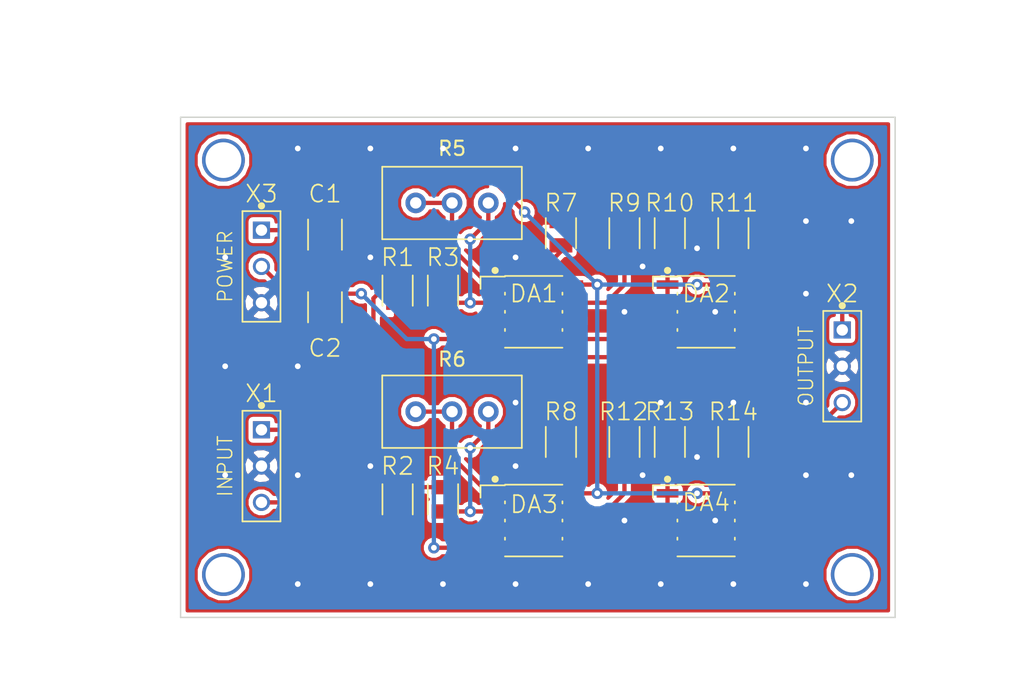
<source format=kicad_pcb>
(kicad_pcb (version 20171130) (host pcbnew 5.0.0+dfsg1-2)
  (layers (0 F.Cu signal) (31 B.Cu signal) (34 B.Paste user) (35 F.Paste user) (36 B.SilkS user) (37 F.SilkS user) (38 B.Mask user) (39 F.Mask user) (44 Edge.Cuts user))
  (net 0 "")
  (net 1 "Net-(DA2-Pad1)")
  (net 2 "Net-(DA1-Pad1)")
  (net 3 -15V)
  (net 4 +15V)
  (net 5 "Net-(DA2-Pad6)")
  (net 6 "Net-(DA3-Pad1)")
  (net 7 "Net-(DA3-Pad6)")
  (net 8 AGND)
  (net 9 "Net-(DA3-Pad2)")
  (net 10 "Net-(DA4-Pad1)")
  (net 11 "Net-(DA4-Pad6)")
  (net 12 "Net-(DA1-Pad6)")
  (net 13 "Net-(DA1-Pad2)")
  (net 14 "Net-(R12-Pad2)")
  (net 15 "Net-(R1-Pad2)")
  (net 16 "Net-(R2-Pad2)")
  (net 17 "Net-(R10-Pad2)")
  (module Potentiometer_THT:Potentiometer_Bourns_3296W_Vertical (layer F.Cu) (at 137.535 58.995)
    (fp_text reference R5 (at -2.54 -3.81) (layer F.SilkS))
    (fp_text value 100k)
    (fp_line (start 2.345 -2.53) (end 2.345 2.54) (layer F.SilkS) (width 0.12))
    (fp_line (start -7.425 -2.53) (end -7.425 2.54) (layer F.SilkS) (width 0.12))
    (fp_line (start -7.425 2.54) (end 2.345 2.54) (layer F.SilkS) (width 0.12))
    (fp_line (start -7.425 -2.53) (end 2.345 -2.53) (layer F.SilkS) (width 0.12))
    (pad 3 thru_hole circle (at -5.08 0) (size 1.44 1.44) (drill 0.8) (layers *.Cu *.Mask) (net 2 "Net-(DA1-Pad1)"))
    (pad 2 thru_hole circle (at -2.54 0) (size 1.44 1.44) (drill 0.8) (layers *.Cu *.Mask) (net 2 "Net-(DA1-Pad1)"))
    (pad 1 thru_hole circle (at 0 0) (size 1.44 1.44) (drill 0.8) (layers *.Cu *.Mask) (net 13 "Net-(DA1-Pad2)"))
  )
  (module Potentiometer_THT:Potentiometer_Bourns_3296W_Vertical (layer F.Cu) (at 137.535 73.6)
    (fp_text reference R6 (at -2.54 -3.66) (layer F.SilkS))
    (fp_text value 100k)
    (fp_line (start -7.425 -2.53) (end 2.345 -2.53) (layer F.SilkS) (width 0.12))
    (fp_line (start -7.425 2.54) (end 2.345 2.54) (layer F.SilkS) (width 0.12))
    (fp_line (start -7.425 -2.53) (end -7.425 2.54) (layer F.SilkS) (width 0.12))
    (fp_line (start 2.345 -2.53) (end 2.345 2.54) (layer F.SilkS) (width 0.12))
    (pad 1 thru_hole circle (at 0 0) (size 1.44 1.44) (drill 0.8) (layers *.Cu *.Mask) (net 9 "Net-(DA3-Pad2)"))
    (pad 2 thru_hole circle (at -2.54 0) (size 1.44 1.44) (drill 0.8) (layers *.Cu *.Mask) (net 6 "Net-(DA3-Pad1)"))
    (pad 3 thru_hole circle (at -5.08 0) (size 1.44 1.44) (drill 0.8) (layers *.Cu *.Mask) (net 6 "Net-(DA3-Pad1)"))
  )
  (module WAMP:CAPC2013X140N (layer F.Cu) (at 126.105 61.215)
    (fp_text reference C1 (at 0 -2.855) (layer F.SilkS) (effects (font (size 1.2 1.2) (thickness 0.12))))
    (fp_text value 100n)
    (fp_line (start 1.185 -1.06) (end 1.185 1.06) (layer F.SilkS) (width 0.12))
    (fp_line (start -1.185 -1.06) (end -1.185 1.06) (layer F.SilkS) (width 0.12))
    (pad 2 smd rect (at 0 0.95) (size 1.85 1.55) (layers F.Cu F.Paste F.Mask) (net 8 AGND))
    (pad 1 smd rect (at 0 -0.95) (size 1.85 1.55) (layers F.Cu F.Paste F.Mask) (net 4 +15V))
  )
  (module WAMP:CAPC2013X140N (layer F.Cu) (at 126.105 66.295)
    (fp_text reference C2 (at 0 2.86) (layer F.SilkS) (effects (font (size 1.2 1.2) (thickness 0.12))))
    (fp_text value 100n)
    (fp_line (start -1.185 -1.06) (end -1.185 1.06) (layer F.SilkS) (width 0.12))
    (fp_line (start 1.185 -1.06) (end 1.185 1.06) (layer F.SilkS) (width 0.12))
    (pad 1 smd rect (at 0 -0.95) (size 1.85 1.55) (layers F.Cu F.Paste F.Mask) (net 3 -15V))
    (pad 2 smd rect (at 0 0.95) (size 1.85 1.55) (layers F.Cu F.Paste F.Mask) (net 8 AGND))
  )
  (module WAMP:CON_CONN_BL_03X01 (layer F.Cu) (at 121.66 63.44)
    (fp_text reference X3 (at 0 -5.08) (layer F.SilkS) (effects (font (size 1.2 1.2) (thickness 0.12))))
    (fp_text value POWER (at -2.54 0 90) (layer F.SilkS) (effects (font (thickness 0.1))))
    (fp_line (start -1.33 -3.87) (end 1.33 -3.87) (layer F.SilkS) (width 0.12))
    (fp_line (start 1.33 -3.87) (end 1.33 3.87) (layer F.SilkS) (width 0.12))
    (fp_line (start 1.33 3.87) (end -1.33 3.87) (layer F.SilkS) (width 0.12))
    (fp_line (start -1.33 3.87) (end -1.33 -3.87) (layer F.SilkS) (width 0.12))
    (fp_circle (center 0 -4.24) (end 0 -4.115) (layer F.SilkS) (width 0.25))
    (pad 1 thru_hole rect (at 0 -2.54) (size 1.2 1.2) (drill 0.8) (layers F&B.Cu *.Paste *.Mask) (net 4 +15V))
    (pad 2 thru_hole circle (at 0 0) (size 1.2 1.2) (drill 0.8) (layers F&B.Cu *.Paste *.Mask) (net 3 -15V))
    (pad 3 thru_hole circle (at 0 2.54) (size 1.2 1.2) (drill 0.8) (layers F&B.Cu *.Paste *.Mask) (net 8 AGND))
  )
  (module WAMP:CON_CONN_BL_03X01 (layer F.Cu) (at 121.66 77.41)
    (fp_text reference X1 (at 0 -5.08) (layer F.SilkS) (effects (font (size 1.2 1.2) (thickness 0.12))))
    (fp_text value INPUT (at -2.54 0.01 90) (layer F.SilkS) (effects (font (thickness 0.1))))
    (fp_circle (center 0 -4.24) (end 0 -4.115) (layer F.SilkS) (width 0.25))
    (fp_line (start -1.33 3.87) (end -1.33 -3.87) (layer F.SilkS) (width 0.12))
    (fp_line (start 1.33 3.87) (end -1.33 3.87) (layer F.SilkS) (width 0.12))
    (fp_line (start 1.33 -3.87) (end 1.33 3.87) (layer F.SilkS) (width 0.12))
    (fp_line (start -1.33 -3.87) (end 1.33 -3.87) (layer F.SilkS) (width 0.12))
    (pad 3 thru_hole circle (at 0 2.54) (size 1.2 1.2) (drill 0.8) (layers F&B.Cu *.Paste *.Mask) (net 16 "Net-(R2-Pad2)"))
    (pad 2 thru_hole circle (at 0 0) (size 1.2 1.2) (drill 0.8) (layers F&B.Cu *.Paste *.Mask) (net 8 AGND))
    (pad 1 thru_hole rect (at 0 -2.54) (size 1.2 1.2) (drill 0.8) (layers F&B.Cu *.Paste *.Mask) (net 15 "Net-(R1-Pad2)"))
  )
  (module WAMP:CON_CONN_BL_03X01 (layer F.Cu) (at 162.3 70.425)
    (fp_text reference X2 (at 0 -5.08) (layer F.SilkS) (effects (font (size 1.2 1.2) (thickness 0.12))))
    (fp_text value OUTPUT (at -2.54 0 90) (layer F.SilkS) (effects (font (thickness 0.1))))
    (fp_line (start -1.33 -3.87) (end 1.33 -3.87) (layer F.SilkS) (width 0.12))
    (fp_line (start 1.33 -3.87) (end 1.33 3.87) (layer F.SilkS) (width 0.12))
    (fp_line (start 1.33 3.87) (end -1.33 3.87) (layer F.SilkS) (width 0.12))
    (fp_line (start -1.33 3.87) (end -1.33 -3.87) (layer F.SilkS) (width 0.12))
    (fp_circle (center 0 -4.24) (end 0 -4.115) (layer F.SilkS) (width 0.25))
    (pad 1 thru_hole rect (at 0 -2.54) (size 1.2 1.2) (drill 0.8) (layers F&B.Cu *.Paste *.Mask) (net 17 "Net-(R10-Pad2)"))
    (pad 2 thru_hole circle (at 0 0) (size 1.2 1.2) (drill 0.8) (layers F&B.Cu *.Paste *.Mask) (net 8 AGND))
    (pad 3 thru_hole circle (at 0 2.54) (size 1.2 1.2) (drill 0.8) (layers F&B.Cu *.Paste *.Mask) (net 14 "Net-(R12-Pad2)"))
  )
  (module WAMP:RESC2013X65N (layer F.Cu) (at 134.36 65.13)
    (fp_text reference R3 (at 0 -2.325) (layer F.SilkS) (effects (font (size 1.2 1.2) (thickness 0.12))))
    (fp_text value 10k)
    (fp_line (start 1.06 -1.06) (end 1.06 1.06) (layer F.SilkS) (width 0.12))
    (fp_line (start -1.06 -1.06) (end -1.06 1.06) (layer F.SilkS) (width 0.12))
    (pad 2 smd rect (at 0 0.85) (size 1.6 1) (layers F.Cu F.Paste F.Mask) (net 13 "Net-(DA1-Pad2)"))
    (pad 1 smd rect (at 0 -0.85) (size 1.6 1) (layers F.Cu F.Paste F.Mask) (net 15 "Net-(R1-Pad2)"))
  )
  (module WAMP:RESC2013X65N (layer F.Cu) (at 154.68 61.115 180)
    (fp_text reference R11 (at 0 2.12 180) (layer F.SilkS) (effects (font (size 1.2 1.2) (thickness 0.12))))
    (fp_text value 300)
    (fp_line (start -1.06 -1.06) (end -1.06 1.06) (layer F.SilkS) (width 0.12))
    (fp_line (start 1.06 -1.06) (end 1.06 1.06) (layer F.SilkS) (width 0.12))
    (pad 1 smd rect (at 0 -0.85 180) (size 1.6 1) (layers F.Cu F.Paste F.Mask) (net 5 "Net-(DA2-Pad6)"))
    (pad 2 smd rect (at 0 0.85 180) (size 1.6 1) (layers F.Cu F.Paste F.Mask) (net 17 "Net-(R10-Pad2)"))
  )
  (module WAMP:RESC2013X65N (layer F.Cu) (at 150.235 61.115 180)
    (fp_text reference R10 (at 0 2.12 180) (layer F.SilkS) (effects (font (size 1.2 1.2) (thickness 0.12))))
    (fp_text value 300)
    (fp_line (start 1.06 -1.06) (end 1.06 1.06) (layer F.SilkS) (width 0.12))
    (fp_line (start -1.06 -1.06) (end -1.06 1.06) (layer F.SilkS) (width 0.12))
    (pad 2 smd rect (at 0 0.85 180) (size 1.6 1) (layers F.Cu F.Paste F.Mask) (net 17 "Net-(R10-Pad2)"))
    (pad 1 smd rect (at 0 -0.85 180) (size 1.6 1) (layers F.Cu F.Paste F.Mask) (net 1 "Net-(DA2-Pad1)"))
  )
  (module WAMP:RESC2013X65N (layer F.Cu) (at 147.06 61.115 180)
    (fp_text reference R9 (at 0 2.12 180) (layer F.SilkS) (effects (font (size 1.2 1.2) (thickness 0.12))))
    (fp_text value 300)
    (fp_line (start -1.06 -1.06) (end -1.06 1.06) (layer F.SilkS) (width 0.12))
    (fp_line (start 1.06 -1.06) (end 1.06 1.06) (layer F.SilkS) (width 0.12))
    (pad 1 smd rect (at 0 -0.85 180) (size 1.6 1) (layers F.Cu F.Paste F.Mask) (net 12 "Net-(DA1-Pad6)"))
    (pad 2 smd rect (at 0 0.85 180) (size 1.6 1) (layers F.Cu F.Paste F.Mask) (net 17 "Net-(R10-Pad2)"))
  )
  (module WAMP:RESC2013X65N (layer F.Cu) (at 142.615 75.72)
    (fp_text reference R8 (at 0 -2.12) (layer F.SilkS) (effects (font (size 1.2 1.2) (thickness 0.12))))
    (fp_text value 10k)
    (fp_line (start 1.06 -1.06) (end 1.06 1.06) (layer F.SilkS) (width 0.12))
    (fp_line (start -1.06 -1.06) (end -1.06 1.06) (layer F.SilkS) (width 0.12))
    (pad 2 smd rect (at 0 0.85) (size 1.6 1) (layers F.Cu F.Paste F.Mask) (net 6 "Net-(DA3-Pad1)"))
    (pad 1 smd rect (at 0 -0.85) (size 1.6 1) (layers F.Cu F.Paste F.Mask) (net 8 AGND))
  )
  (module WAMP:RESC2013X65N (layer F.Cu) (at 142.615 61.115)
    (fp_text reference R7 (at 0 -2.12) (layer F.SilkS) (effects (font (size 1.2 1.2) (thickness 0.12))))
    (fp_text value 10k)
    (fp_line (start -1.06 -1.06) (end -1.06 1.06) (layer F.SilkS) (width 0.12))
    (fp_line (start 1.06 -1.06) (end 1.06 1.06) (layer F.SilkS) (width 0.12))
    (pad 1 smd rect (at 0 -0.85) (size 1.6 1) (layers F.Cu F.Paste F.Mask) (net 8 AGND))
    (pad 2 smd rect (at 0 0.85) (size 1.6 1) (layers F.Cu F.Paste F.Mask) (net 2 "Net-(DA1-Pad1)"))
  )
  (module WAMP:RESC2013X65N (layer F.Cu) (at 147.06 75.72 180)
    (fp_text reference R12 (at 0.06 2.12 180) (layer F.SilkS) (effects (font (size 1.2 1.2) (thickness 0.12))))
    (fp_text value 300)
    (fp_line (start 1.06 -1.06) (end 1.06 1.06) (layer F.SilkS) (width 0.12))
    (fp_line (start -1.06 -1.06) (end -1.06 1.06) (layer F.SilkS) (width 0.12))
    (pad 2 smd rect (at 0 0.85 180) (size 1.6 1) (layers F.Cu F.Paste F.Mask) (net 14 "Net-(R12-Pad2)"))
    (pad 1 smd rect (at 0 -0.85 180) (size 1.6 1) (layers F.Cu F.Paste F.Mask) (net 7 "Net-(DA3-Pad6)"))
  )
  (module WAMP:RESC2013X65N (layer F.Cu) (at 134.36 79.735)
    (fp_text reference R4 (at 0 -2.325) (layer F.SilkS) (effects (font (size 1.2 1.2) (thickness 0.12))))
    (fp_text value 10k)
    (fp_line (start -1.06 -1.06) (end -1.06 1.06) (layer F.SilkS) (width 0.12))
    (fp_line (start 1.06 -1.06) (end 1.06 1.06) (layer F.SilkS) (width 0.12))
    (pad 1 smd rect (at 0 -0.85) (size 1.6 1) (layers F.Cu F.Paste F.Mask) (net 16 "Net-(R2-Pad2)"))
    (pad 2 smd rect (at 0 0.85) (size 1.6 1) (layers F.Cu F.Paste F.Mask) (net 9 "Net-(DA3-Pad2)"))
  )
  (module WAMP:RESC2013X65N (layer F.Cu) (at 131.185 79.735 180)
    (fp_text reference R2 (at 0 2.325 180) (layer F.SilkS) (effects (font (size 1.2 1.2) (thickness 0.12))))
    (fp_text value 100k)
    (fp_line (start 1.06 -1.06) (end 1.06 1.06) (layer F.SilkS) (width 0.12))
    (fp_line (start -1.06 -1.06) (end -1.06 1.06) (layer F.SilkS) (width 0.12))
    (pad 2 smd rect (at 0 0.85 180) (size 1.6 1) (layers F.Cu F.Paste F.Mask) (net 16 "Net-(R2-Pad2)"))
    (pad 1 smd rect (at 0 -0.85 180) (size 1.6 1) (layers F.Cu F.Paste F.Mask) (net 8 AGND))
  )
  (module WAMP:RESC2013X65N (layer F.Cu) (at 131.185 65.13 180)
    (fp_text reference R1 (at 0 2.325 180) (layer F.SilkS) (effects (font (size 1.2 1.2) (thickness 0.12))))
    (fp_text value 100k)
    (fp_line (start -1.06 -1.06) (end -1.06 1.06) (layer F.SilkS) (width 0.12))
    (fp_line (start 1.06 -1.06) (end 1.06 1.06) (layer F.SilkS) (width 0.12))
    (pad 1 smd rect (at 0 -0.85 180) (size 1.6 1) (layers F.Cu F.Paste F.Mask) (net 8 AGND))
    (pad 2 smd rect (at 0 0.85 180) (size 1.6 1) (layers F.Cu F.Paste F.Mask) (net 15 "Net-(R1-Pad2)"))
  )
  (module WAMP:RESC2013X65N (layer F.Cu) (at 154.68 75.72 180)
    (fp_text reference R14 (at 0 2.12 180) (layer F.SilkS) (effects (font (size 1.2 1.2) (thickness 0.12))))
    (fp_text value 300)
    (fp_line (start 1.06 -1.06) (end 1.06 1.06) (layer F.SilkS) (width 0.12))
    (fp_line (start -1.06 -1.06) (end -1.06 1.06) (layer F.SilkS) (width 0.12))
    (pad 2 smd rect (at 0 0.85 180) (size 1.6 1) (layers F.Cu F.Paste F.Mask) (net 14 "Net-(R12-Pad2)"))
    (pad 1 smd rect (at 0 -0.85 180) (size 1.6 1) (layers F.Cu F.Paste F.Mask) (net 11 "Net-(DA4-Pad6)"))
  )
  (module WAMP:RESC2013X65N (layer F.Cu) (at 150.235 75.72 180)
    (fp_text reference R13 (at 0 2.12 180) (layer F.SilkS) (effects (font (size 1.2 1.2) (thickness 0.12))))
    (fp_text value 300)
    (fp_line (start -1.06 -1.06) (end -1.06 1.06) (layer F.SilkS) (width 0.12))
    (fp_line (start 1.06 -1.06) (end 1.06 1.06) (layer F.SilkS) (width 0.12))
    (pad 1 smd rect (at 0 -0.85 180) (size 1.6 1) (layers F.Cu F.Paste F.Mask) (net 10 "Net-(DA4-Pad1)"))
    (pad 2 smd rect (at 0 0.85 180) (size 1.6 1) (layers F.Cu F.Paste F.Mask) (net 14 "Net-(R12-Pad2)"))
  )
  (module WAMP:SOIC127P600X175-8N (layer F.Cu) (at 140.71 66.615)
    (fp_text reference DA1 (at 0 -1.27) (layer F.SilkS) (effects (font (size 1.2 1.2) (thickness 0.12))))
    (fp_text value NE5532AD)
    (fp_line (start -3.723 -2.465) (end -3.723 -1.605) (layer F.SilkS) (width 0.12))
    (fp_line (start -2.01 -2.465) (end -3.723 -2.465) (layer F.SilkS) (width 0.12))
    (fp_circle (center -2.7 -2.895) (end -2.7 -2.77) (layer F.SilkS) (width 0.25))
    (fp_line (start -2.01 1.195) (end -2.01 1.345) (layer F.SilkS) (width 0.12))
    (fp_line (start -2.01 -0.075) (end -2.01 0.075) (layer F.SilkS) (width 0.12))
    (fp_line (start -2.01 -1.345) (end -2.01 -1.195) (layer F.SilkS) (width 0.12))
    (fp_line (start 2.01 2.51) (end -2.01 2.51) (layer F.SilkS) (width 0.12))
    (fp_line (start 2.01 1.195) (end 2.01 1.345) (layer F.SilkS) (width 0.12))
    (fp_line (start 2.01 -0.075) (end 2.01 0.075) (layer F.SilkS) (width 0.12))
    (fp_line (start 2.01 -1.345) (end 2.01 -1.195) (layer F.SilkS) (width 0.12))
    (fp_line (start -2.01 -2.51) (end 2.01 -2.51) (layer F.SilkS) (width 0.12))
    (pad 5 smd rect (at 2.7 1.905) (size 1.525 0.6) (layers F.Cu F.Paste F.Mask) (net 2 "Net-(DA1-Pad1)"))
    (pad 6 smd rect (at 2.7 0.635) (size 1.525 0.6) (layers F.Cu F.Paste F.Mask) (net 12 "Net-(DA1-Pad6)"))
    (pad 7 smd rect (at 2.7 -0.635) (size 1.525 0.6) (layers F.Cu F.Paste F.Mask) (net 12 "Net-(DA1-Pad6)"))
    (pad 8 smd rect (at 2.7 -1.905) (size 1.525 0.6) (layers F.Cu F.Paste F.Mask) (net 4 +15V))
    (pad 4 smd rect (at -2.7 1.905) (size 1.525 0.6) (layers F.Cu F.Paste F.Mask) (net 3 -15V))
    (pad 3 smd rect (at -2.7 0.635) (size 1.525 0.6) (layers F.Cu F.Paste F.Mask) (net 8 AGND))
    (pad 2 smd rect (at -2.7 -0.635) (size 1.525 0.6) (layers F.Cu F.Paste F.Mask) (net 13 "Net-(DA1-Pad2)"))
    (pad 1 smd rect (at -2.7 -1.905) (size 1.525 0.6) (layers F.Cu F.Paste F.Mask) (net 2 "Net-(DA1-Pad1)"))
  )
  (module WAMP:SOIC127P600X175-8N (layer F.Cu) (at 152.775 81.22)
    (fp_text reference DA4 (at 0 -1.27) (layer F.SilkS) (effects (font (size 1.2 1.2) (thickness 0.12))))
    (fp_text value NE5532AD)
    (fp_line (start -2.01 -2.51) (end 2.01 -2.51) (layer F.SilkS) (width 0.12))
    (fp_line (start 2.01 -1.345) (end 2.01 -1.195) (layer F.SilkS) (width 0.12))
    (fp_line (start 2.01 -0.075) (end 2.01 0.075) (layer F.SilkS) (width 0.12))
    (fp_line (start 2.01 1.195) (end 2.01 1.345) (layer F.SilkS) (width 0.12))
    (fp_line (start 2.01 2.51) (end -2.01 2.51) (layer F.SilkS) (width 0.12))
    (fp_line (start -2.01 -1.345) (end -2.01 -1.195) (layer F.SilkS) (width 0.12))
    (fp_line (start -2.01 -0.075) (end -2.01 0.075) (layer F.SilkS) (width 0.12))
    (fp_line (start -2.01 1.195) (end -2.01 1.345) (layer F.SilkS) (width 0.12))
    (fp_circle (center -2.7 -2.895) (end -2.7 -2.77) (layer F.SilkS) (width 0.25))
    (fp_line (start -2.01 -2.465) (end -3.723 -2.465) (layer F.SilkS) (width 0.12))
    (fp_line (start -3.723 -2.465) (end -3.723 -1.605) (layer F.SilkS) (width 0.12))
    (pad 1 smd rect (at -2.7 -1.905) (size 1.525 0.6) (layers F.Cu F.Paste F.Mask) (net 10 "Net-(DA4-Pad1)"))
    (pad 2 smd rect (at -2.7 -0.635) (size 1.525 0.6) (layers F.Cu F.Paste F.Mask) (net 10 "Net-(DA4-Pad1)"))
    (pad 3 smd rect (at -2.7 0.635) (size 1.525 0.6) (layers F.Cu F.Paste F.Mask) (net 6 "Net-(DA3-Pad1)"))
    (pad 4 smd rect (at -2.7 1.905) (size 1.525 0.6) (layers F.Cu F.Paste F.Mask) (net 3 -15V))
    (pad 8 smd rect (at 2.7 -1.905) (size 1.525 0.6) (layers F.Cu F.Paste F.Mask) (net 4 +15V))
    (pad 7 smd rect (at 2.7 -0.635) (size 1.525 0.6) (layers F.Cu F.Paste F.Mask) (net 11 "Net-(DA4-Pad6)"))
    (pad 6 smd rect (at 2.7 0.635) (size 1.525 0.6) (layers F.Cu F.Paste F.Mask) (net 11 "Net-(DA4-Pad6)"))
    (pad 5 smd rect (at 2.7 1.905) (size 1.525 0.6) (layers F.Cu F.Paste F.Mask) (net 6 "Net-(DA3-Pad1)"))
  )
  (module WAMP:SOIC127P600X175-8N (layer F.Cu) (at 140.71 81.22)
    (fp_text reference DA3 (at 0.026999 -1.130001) (layer F.SilkS) (effects (font (size 1.2 1.2) (thickness 0.12))))
    (fp_text value NE5532AD)
    (fp_line (start -3.723 -2.465) (end -3.723 -1.605) (layer F.SilkS) (width 0.12))
    (fp_line (start -2.01 -2.465) (end -3.723 -2.465) (layer F.SilkS) (width 0.12))
    (fp_circle (center -2.7 -2.895) (end -2.7 -2.77) (layer F.SilkS) (width 0.25))
    (fp_line (start -2.01 1.195) (end -2.01 1.345) (layer F.SilkS) (width 0.12))
    (fp_line (start -2.01 -0.075) (end -2.01 0.075) (layer F.SilkS) (width 0.12))
    (fp_line (start -2.01 -1.345) (end -2.01 -1.195) (layer F.SilkS) (width 0.12))
    (fp_line (start 2.01 2.51) (end -2.01 2.51) (layer F.SilkS) (width 0.12))
    (fp_line (start 2.01 1.195) (end 2.01 1.345) (layer F.SilkS) (width 0.12))
    (fp_line (start 2.01 -0.075) (end 2.01 0.075) (layer F.SilkS) (width 0.12))
    (fp_line (start 2.01 -1.345) (end 2.01 -1.195) (layer F.SilkS) (width 0.12))
    (fp_line (start -2.01 -2.51) (end 2.01 -2.51) (layer F.SilkS) (width 0.12))
    (pad 5 smd rect (at 2.7 1.905) (size 1.525 0.6) (layers F.Cu F.Paste F.Mask) (net 6 "Net-(DA3-Pad1)"))
    (pad 6 smd rect (at 2.7 0.635) (size 1.525 0.6) (layers F.Cu F.Paste F.Mask) (net 7 "Net-(DA3-Pad6)"))
    (pad 7 smd rect (at 2.7 -0.635) (size 1.525 0.6) (layers F.Cu F.Paste F.Mask) (net 7 "Net-(DA3-Pad6)"))
    (pad 8 smd rect (at 2.7 -1.905) (size 1.525 0.6) (layers F.Cu F.Paste F.Mask) (net 4 +15V))
    (pad 4 smd rect (at -2.7 1.905) (size 1.525 0.6) (layers F.Cu F.Paste F.Mask) (net 3 -15V))
    (pad 3 smd rect (at -2.7 0.635) (size 1.525 0.6) (layers F.Cu F.Paste F.Mask) (net 8 AGND))
    (pad 2 smd rect (at -2.7 -0.635) (size 1.525 0.6) (layers F.Cu F.Paste F.Mask) (net 9 "Net-(DA3-Pad2)"))
    (pad 1 smd rect (at -2.7 -1.905) (size 1.525 0.6) (layers F.Cu F.Paste F.Mask) (net 6 "Net-(DA3-Pad1)"))
  )
  (module WAMP:SOIC127P600X175-8N (layer F.Cu) (at 152.775 66.615)
    (fp_text reference DA2 (at 0 -1.27) (layer F.SilkS) (effects (font (size 1.2 1.2) (thickness 0.12))))
    (fp_text value NE5532AD)
    (fp_line (start -2.01 -2.51) (end 2.01 -2.51) (layer F.SilkS) (width 0.12))
    (fp_line (start 2.01 -1.345) (end 2.01 -1.195) (layer F.SilkS) (width 0.12))
    (fp_line (start 2.01 -0.075) (end 2.01 0.075) (layer F.SilkS) (width 0.12))
    (fp_line (start 2.01 1.195) (end 2.01 1.345) (layer F.SilkS) (width 0.12))
    (fp_line (start 2.01 2.51) (end -2.01 2.51) (layer F.SilkS) (width 0.12))
    (fp_line (start -2.01 -1.345) (end -2.01 -1.195) (layer F.SilkS) (width 0.12))
    (fp_line (start -2.01 -0.075) (end -2.01 0.075) (layer F.SilkS) (width 0.12))
    (fp_line (start -2.01 1.195) (end -2.01 1.345) (layer F.SilkS) (width 0.12))
    (fp_circle (center -2.7 -2.895) (end -2.7 -2.77) (layer F.SilkS) (width 0.25))
    (fp_line (start -2.01 -2.465) (end -3.723 -2.465) (layer F.SilkS) (width 0.12))
    (fp_line (start -3.723 -2.465) (end -3.723 -1.605) (layer F.SilkS) (width 0.12))
    (pad 1 smd rect (at -2.7 -1.905) (size 1.525 0.6) (layers F.Cu F.Paste F.Mask) (net 1 "Net-(DA2-Pad1)"))
    (pad 2 smd rect (at -2.7 -0.635) (size 1.525 0.6) (layers F.Cu F.Paste F.Mask) (net 1 "Net-(DA2-Pad1)"))
    (pad 3 smd rect (at -2.7 0.635) (size 1.525 0.6) (layers F.Cu F.Paste F.Mask) (net 2 "Net-(DA1-Pad1)"))
    (pad 4 smd rect (at -2.7 1.905) (size 1.525 0.6) (layers F.Cu F.Paste F.Mask) (net 3 -15V))
    (pad 8 smd rect (at 2.7 -1.905) (size 1.525 0.6) (layers F.Cu F.Paste F.Mask) (net 4 +15V))
    (pad 7 smd rect (at 2.7 -0.635) (size 1.525 0.6) (layers F.Cu F.Paste F.Mask) (net 5 "Net-(DA2-Pad6)"))
    (pad 6 smd rect (at 2.7 0.635) (size 1.525 0.6) (layers F.Cu F.Paste F.Mask) (net 5 "Net-(DA2-Pad6)"))
    (pad 5 smd rect (at 2.7 1.905) (size 1.525 0.6) (layers F.Cu F.Paste F.Mask) (net 2 "Net-(DA1-Pad1)"))
  )
  (gr_line (start 166 53) (end 116 53) (layer Edge.Cuts) (width 0.1))
  (gr_line (start 166 88) (end 166 53) (layer Edge.Cuts) (width 0.1))
  (gr_line (start 116 88) (end 166 88) (layer Edge.Cuts) (width 0.1))
  (gr_line (start 116 53) (end 116 88) (layer Edge.Cuts) (width 0.1))
  (via (at 119 56) (size 3) (drill 2.5) (layers F.Cu B.Cu) (net 0))
  (via (at 119 85) (size 3) (drill 2.5) (layers F.Cu B.Cu) (net 0))
  (via (at 163 56) (size 3) (drill 2.5) (layers F.Cu B.Cu) (net 0))
  (via (at 163 85) (size 3) (drill 2.5) (layers F.Cu B.Cu) (net 0))
  (segment (start 150.075 62.125) (end 150.235 61.965) (width 0.3) (layer F.Cu) (net 1))
  (segment (start 150.075 65.98) (end 150.075 62.125) (width 0.3) (layer F.Cu) (net 1))
  (segment (start 132.455 58.995) (end 134.995 58.995) (width 0.3) (layer F.Cu) (net 2))
  (segment (start 137.5475 64.71) (end 138.01 64.71) (width 0.3) (layer F.Cu) (net 2))
  (segment (start 134.995 62.1575) (end 137.5475 64.71) (width 0.3) (layer F.Cu) (net 2))
  (segment (start 134.995 58.995) (end 134.995 62.1575) (width 0.3) (layer F.Cu) (net 2))
  (segment (start 154.4625 68.52) (end 155.475 68.52) (width 0.3) (layer F.Cu) (net 2))
  (segment (start 153.41 68.52) (end 154.4625 68.52) (width 0.3) (layer F.Cu) (net 2))
  (segment (start 150.075 67.25) (end 152.14 67.25) (width 0.3) (layer F.Cu) (net 2))
  (segment (start 152.14 67.25) (end 153.41 68.52) (width 0.3) (layer F.Cu) (net 2))
  (segment (start 148.965 67.25) (end 149.0625 67.25) (width 0.3) (layer F.Cu) (net 2))
  (segment (start 143.41 68.52) (end 147.695 68.52) (width 0.3) (layer F.Cu) (net 2))
  (segment (start 149.0625 67.25) (end 150.075 67.25) (width 0.3) (layer F.Cu) (net 2))
  (segment (start 147.695 68.52) (end 148.965 67.25) (width 0.3) (layer F.Cu) (net 2))
  (segment (start 140.62 64.71) (end 139.0225 64.71) (width 0.3) (layer F.Cu) (net 2))
  (segment (start 139.0225 64.71) (end 138.01 64.71) (width 0.3) (layer F.Cu) (net 2))
  (segment (start 142.615 62.385) (end 140.62 64.38) (width 0.3) (layer F.Cu) (net 2))
  (segment (start 140.62 64.38) (end 140.62 64.71) (width 0.3) (layer F.Cu) (net 2))
  (segment (start 142.615 61.965) (end 142.615 62.385) (width 0.3) (layer F.Cu) (net 2))
  (segment (start 141.345 68.52) (end 140.62 67.795) (width 0.3) (layer F.Cu) (net 2))
  (segment (start 143.41 68.52) (end 141.345 68.52) (width 0.3) (layer F.Cu) (net 2))
  (segment (start 140.62 67.795) (end 140.62 64.71) (width 0.3) (layer F.Cu) (net 2))
  (segment (start 149.0125 83.125) (end 150.075 83.125) (width 0.3) (layer F.Cu) (net 3))
  (segment (start 147.7425 84.395) (end 149.0125 83.125) (width 0.3) (layer F.Cu) (net 3))
  (segment (start 140.3425 84.395) (end 147.7425 84.395) (width 0.3) (layer F.Cu) (net 3))
  (segment (start 138.01 83.125) (end 139.0725 83.125) (width 0.3) (layer F.Cu) (net 3))
  (segment (start 139.0725 83.125) (end 140.3425 84.395) (width 0.3) (layer F.Cu) (net 3))
  (segment (start 121.66 63.44) (end 123.565 65.345) (width 0.3) (layer F.Cu) (net 3))
  (segment (start 123.565 65.345) (end 126.105 65.345) (width 0.3) (layer F.Cu) (net 3))
  (via (at 133.725008 68.52) (size 0.8) (drill 0.4) (layers F.Cu B.Cu) (net 3))
  (segment (start 138.01 68.52) (end 133.725008 68.52) (width 0.3) (layer F.Cu) (net 3))
  (via (at 133.725 83.125) (size 0.8) (drill 0.4) (layers F.Cu B.Cu) (net 3))
  (segment (start 133.725008 68.52) (end 133.725008 83.124992) (width 0.3) (layer B.Cu) (net 3))
  (segment (start 133.725008 83.124992) (end 133.725 83.125) (width 0.3) (layer B.Cu) (net 3))
  (segment (start 133.725 83.125) (end 138.01 83.125) (width 0.3) (layer F.Cu) (net 3))
  (segment (start 126.105 65.345) (end 128.645 65.345) (width 0.3) (layer F.Cu) (net 3))
  (segment (start 131.82 68.52) (end 129.044999 65.744999) (width 0.3) (layer B.Cu) (net 3))
  (segment (start 129.044999 65.744999) (end 128.645 65.345) (width 0.3) (layer B.Cu) (net 3))
  (segment (start 133.725008 68.52) (end 131.82 68.52) (width 0.3) (layer B.Cu) (net 3))
  (via (at 128.645 65.345) (size 0.8) (drill 0.4) (layers F.Cu B.Cu) (net 3))
  (segment (start 149.0125 68.52) (end 150.075 68.52) (width 0.3) (layer F.Cu) (net 3))
  (segment (start 140.329 69.79) (end 147.7425 69.79) (width 0.3) (layer F.Cu) (net 3))
  (segment (start 147.7425 69.79) (end 149.0125 68.52) (width 0.3) (layer F.Cu) (net 3))
  (segment (start 138.01 68.52) (end 139.059 68.52) (width 0.3) (layer F.Cu) (net 3))
  (segment (start 139.059 68.52) (end 140.329 69.79) (width 0.3) (layer F.Cu) (net 3))
  (segment (start 121.66 60.9) (end 122.93 60.9) (width 0.3) (layer F.Cu) (net 4))
  (segment (start 123.565 60.265) (end 126.105 60.265) (width 0.3) (layer F.Cu) (net 4))
  (segment (start 122.93 60.9) (end 123.565 60.265) (width 0.3) (layer F.Cu) (net 4))
  (via (at 145.155 64.71) (size 0.8) (drill 0.4) (layers F.Cu B.Cu) (net 4))
  (segment (start 143.41 64.71) (end 145.155 64.71) (width 0.3) (layer F.Cu) (net 4))
  (via (at 152.14 64.71) (size 0.8) (drill 0.4) (layers F.Cu B.Cu) (net 4))
  (segment (start 145.155 64.71) (end 152.14 64.71) (width 0.3) (layer B.Cu) (net 4))
  (segment (start 152.14 64.71) (end 155.475 64.71) (width 0.3) (layer F.Cu) (net 4))
  (via (at 145.155 79.315) (size 0.8) (drill 0.4) (layers F.Cu B.Cu) (net 4))
  (segment (start 143.41 79.315) (end 145.155 79.315) (width 0.3) (layer F.Cu) (net 4))
  (via (at 152.14 79.315) (size 0.8) (drill 0.4) (layers F.Cu B.Cu) (net 4))
  (segment (start 145.155 79.315) (end 152.14 79.315) (width 0.3) (layer B.Cu) (net 4))
  (segment (start 152.14 79.315) (end 155.475 79.315) (width 0.3) (layer F.Cu) (net 4))
  (via (at 145.155 64.71) (size 0.8) (drill 0.4) (layers F.Cu B.Cu) (net 4))
  (via (at 140.074996 59.63) (size 0.8) (drill 0.4) (layers F.Cu B.Cu) (net 4))
  (segment (start 145.155 64.71) (end 140.075 59.63) (width 0.3) (layer B.Cu) (net 4))
  (segment (start 140.075 59.63) (end 140.074996 59.63) (width 0.3) (layer B.Cu) (net 4))
  (segment (start 137.534996 57.09) (end 139.674997 59.230001) (width 0.3) (layer F.Cu) (net 4))
  (segment (start 131.185 57.09) (end 137.534996 57.09) (width 0.3) (layer F.Cu) (net 4))
  (segment (start 126.105 60.265) (end 128.01 60.265) (width 0.3) (layer F.Cu) (net 4))
  (segment (start 139.674997 59.230001) (end 140.074996 59.63) (width 0.3) (layer F.Cu) (net 4))
  (segment (start 128.01 60.265) (end 131.185 57.09) (width 0.3) (layer F.Cu) (net 4))
  (segment (start 145.155 64.71) (end 145.155 79.315) (width 0.3) (layer B.Cu) (net 4))
  (segment (start 155.475 67.25) (end 155.475 65.98) (width 0.3) (layer F.Cu) (net 5))
  (segment (start 157.22 62.805) (end 156.38 61.965) (width 0.25) (layer F.Cu) (net 5))
  (segment (start 157.22 65.345) (end 157.22 62.805) (width 0.25) (layer F.Cu) (net 5))
  (segment (start 155.475 65.98) (end 156.585 65.98) (width 0.25) (layer F.Cu) (net 5))
  (segment (start 156.38 61.965) (end 154.68 61.965) (width 0.25) (layer F.Cu) (net 5))
  (segment (start 156.585 65.98) (end 157.22 65.345) (width 0.25) (layer F.Cu) (net 5))
  (segment (start 148.965 81.855) (end 150.075 81.855) (width 0.3) (layer F.Cu) (net 6))
  (segment (start 143.41 83.125) (end 147.695 83.125) (width 0.3) (layer F.Cu) (net 6))
  (segment (start 147.695 83.125) (end 148.965 81.855) (width 0.3) (layer F.Cu) (net 6))
  (segment (start 153.41 83.125) (end 154.4125 83.125) (width 0.3) (layer F.Cu) (net 6))
  (segment (start 150.075 81.855) (end 152.14 81.855) (width 0.3) (layer F.Cu) (net 6))
  (segment (start 154.4125 83.125) (end 155.475 83.125) (width 0.3) (layer F.Cu) (net 6))
  (segment (start 152.14 81.855) (end 153.41 83.125) (width 0.3) (layer F.Cu) (net 6))
  (segment (start 142.615 77.37) (end 142.615 76.57) (width 0.3) (layer F.Cu) (net 6))
  (segment (start 140.67 79.315) (end 142.615 77.37) (width 0.3) (layer F.Cu) (net 6))
  (segment (start 138.01 79.315) (end 140.67 79.315) (width 0.3) (layer F.Cu) (net 6))
  (segment (start 140.67 79.315) (end 140.67 82.45) (width 0.3) (layer F.Cu) (net 6))
  (segment (start 141.345 83.125) (end 143.41 83.125) (width 0.3) (layer F.Cu) (net 6))
  (segment (start 140.67 82.45) (end 141.345 83.125) (width 0.3) (layer F.Cu) (net 6))
  (segment (start 137.5475 79.315) (end 138.01 79.315) (width 0.3) (layer F.Cu) (net 6))
  (segment (start 134.995 76.7625) (end 137.5475 79.315) (width 0.3) (layer F.Cu) (net 6))
  (segment (start 134.995 73.6) (end 134.995 76.7625) (width 0.3) (layer F.Cu) (net 6))
  (segment (start 132.455 73.6) (end 134.995 73.6) (width 0.3) (layer F.Cu) (net 6))
  (segment (start 143.41 80.585) (end 143.41 81.855) (width 0.3) (layer F.Cu) (net 7))
  (segment (start 145.79 80.585) (end 143.41 80.585) (width 0.3) (layer F.Cu) (net 7))
  (segment (start 147.06 76.57) (end 147.06 79.315) (width 0.3) (layer F.Cu) (net 7))
  (segment (start 147.06 79.315) (end 145.79 80.585) (width 0.3) (layer F.Cu) (net 7))
  (via (at 159.76 78.045) (size 0.8) (drill 0.4) (layers F.Cu B.Cu) (net 8))
  (via (at 159.76 65.345) (size 0.8) (drill 0.4) (layers F.Cu B.Cu) (net 8))
  (via (at 159.76 60.265) (size 0.8) (drill 0.4) (layers F.Cu B.Cu) (net 8))
  (via (at 159.76 55.185) (size 0.8) (drill 0.4) (layers F.Cu B.Cu) (net 8))
  (via (at 154.68 55.185) (size 0.8) (drill 0.4) (layers F.Cu B.Cu) (net 8))
  (via (at 144.52 55.185) (size 0.8) (drill 0.4) (layers F.Cu B.Cu) (net 8))
  (via (at 134.36 55.185) (size 0.8) (drill 0.4) (layers F.Cu B.Cu) (net 8))
  (via (at 124.2 55.185) (size 0.8) (drill 0.4) (layers F.Cu B.Cu) (net 8))
  (via (at 129.28 62.805) (size 0.8) (drill 0.4) (layers F.Cu B.Cu) (net 8))
  (via (at 139.44 62.805) (size 0.8) (drill 0.4) (layers F.Cu B.Cu) (net 8))
  (via (at 119.12 62.805) (size 0.8) (drill 0.4) (layers F.Cu B.Cu) (net 8))
  (via (at 119.12 70.425) (size 0.8) (drill 0.4) (layers F.Cu B.Cu) (net 8))
  (via (at 119.12 78.045) (size 0.8) (drill 0.4) (layers F.Cu B.Cu) (net 8))
  (via (at 124.2 70.425) (size 0.8) (drill 0.4) (layers F.Cu B.Cu) (net 8))
  (via (at 124.2 78.045) (size 0.8) (drill 0.4) (layers F.Cu B.Cu) (net 8))
  (via (at 124.2 85.665) (size 0.8) (drill 0.4) (layers F.Cu B.Cu) (net 8))
  (via (at 134.36 85.665) (size 0.8) (drill 0.4) (layers F.Cu B.Cu) (net 8))
  (via (at 144.52 85.665) (size 0.8) (drill 0.4) (layers F.Cu B.Cu) (net 8))
  (via (at 154.68 85.665) (size 0.8) (drill 0.4) (layers F.Cu B.Cu) (net 8))
  (via (at 159.76 85.665) (size 0.8) (drill 0.4) (layers F.Cu B.Cu) (net 8))
  (via (at 159.76 72.965) (size 0.8) (drill 0.4) (layers F.Cu B.Cu) (net 8))
  (via (at 139.44 72.965) (size 0.8) (drill 0.4) (layers F.Cu B.Cu) (net 8))
  (via (at 149.6 72.965) (size 0.8) (drill 0.4) (layers F.Cu B.Cu) (net 8))
  (via (at 154.68 72.965) (size 0.8) (drill 0.4) (layers F.Cu B.Cu) (net 8))
  (via (at 149.6 55.185) (size 0.8) (drill 0.4) (layers F.Cu B.Cu) (net 8))
  (via (at 139.44 55.185) (size 0.8) (drill 0.4) (layers F.Cu B.Cu) (net 8))
  (via (at 129.28 55.185) (size 0.8) (drill 0.4) (layers F.Cu B.Cu) (net 8))
  (via (at 129.28 85.665) (size 0.8) (drill 0.4) (layers F.Cu B.Cu) (net 8))
  (via (at 139.44 85.665) (size 0.8) (drill 0.4) (layers F.Cu B.Cu) (net 8))
  (via (at 149.6 85.665) (size 0.8) (drill 0.4) (layers F.Cu B.Cu) (net 8))
  (via (at 162.935 60.265) (size 0.8) (drill 0.4) (layers F.Cu B.Cu) (net 8))
  (via (at 162.935 78.045) (size 0.8) (drill 0.4) (layers F.Cu B.Cu) (net 8))
  (via (at 147.06 81.22) (size 0.8) (drill 0.4) (layers F.Cu B.Cu) (net 8))
  (via (at 147.06 66.615) (size 0.8) (drill 0.4) (layers F.Cu B.Cu) (net 8))
  (via (at 152.14 76.775) (size 0.8) (drill 0.4) (layers F.Cu B.Cu) (net 8))
  (via (at 152.14 62.17) (size 0.8) (drill 0.4) (layers F.Cu B.Cu) (net 8))
  (via (at 148.33 63.44) (size 0.8) (drill 0.4) (layers F.Cu B.Cu) (net 8))
  (via (at 148.33 78.045) (size 0.8) (drill 0.4) (layers F.Cu B.Cu) (net 8))
  (via (at 153.41 81.22) (size 0.8) (drill 0.4) (layers F.Cu B.Cu) (net 8))
  (via (at 153.41 66.615) (size 0.8) (drill 0.4) (layers F.Cu B.Cu) (net 8))
  (via (at 139.44 77.41) (size 0.8) (drill 0.4) (layers F.Cu B.Cu) (net 8))
  (via (at 129.28 77.41) (size 0.8) (drill 0.4) (layers F.Cu B.Cu) (net 8))
  (via (at 136.265 76.14) (size 0.8) (drill 0.4) (layers F.Cu B.Cu) (net 9))
  (segment (start 137.535 73.6) (end 137.535 74.87) (width 0.3) (layer F.Cu) (net 9))
  (segment (start 137.535 74.87) (end 136.265 76.14) (width 0.3) (layer F.Cu) (net 9))
  (via (at 136.265 80.585) (size 0.8) (drill 0.4) (layers F.Cu B.Cu) (net 9))
  (segment (start 134.36 80.585) (end 136.265 80.585) (width 0.3) (layer F.Cu) (net 9))
  (segment (start 136.265 76.14) (end 136.265 80.585) (width 0.3) (layer B.Cu) (net 9))
  (segment (start 136.265 80.585) (end 138.01 80.585) (width 0.3) (layer F.Cu) (net 9))
  (segment (start 150.075 76.73) (end 150.235 76.57) (width 0.3) (layer F.Cu) (net 10))
  (segment (start 150.075 80.585) (end 150.075 76.73) (width 0.3) (layer F.Cu) (net 10))
  (segment (start 155.475 81.855) (end 155.475 80.585) (width 0.3) (layer F.Cu) (net 11))
  (segment (start 156.585 80.585) (end 155.475 80.585) (width 0.3) (layer F.Cu) (net 11))
  (segment (start 157.22 79.95) (end 156.585 80.585) (width 0.3) (layer F.Cu) (net 11))
  (segment (start 157.22 77.41) (end 157.22 79.95) (width 0.3) (layer F.Cu) (net 11))
  (segment (start 154.68 76.57) (end 156.38 76.57) (width 0.3) (layer F.Cu) (net 11))
  (segment (start 156.38 76.57) (end 157.22 77.41) (width 0.3) (layer F.Cu) (net 11))
  (segment (start 143.41 65.98) (end 143.41 67.25) (width 0.3) (layer F.Cu) (net 12))
  (segment (start 147.06 62.715) (end 147.06 61.965) (width 0.3) (layer F.Cu) (net 12))
  (segment (start 147.06 64.71) (end 147.06 62.715) (width 0.3) (layer F.Cu) (net 12))
  (segment (start 143.41 65.98) (end 145.79 65.98) (width 0.3) (layer F.Cu) (net 12))
  (segment (start 145.79 65.98) (end 147.06 64.71) (width 0.3) (layer F.Cu) (net 12))
  (segment (start 137.535 58.995) (end 137.535 60.265) (width 0.3) (layer F.Cu) (net 13))
  (via (at 136.265 61.535) (size 0.8) (drill 0.4) (layers F.Cu B.Cu) (net 13))
  (segment (start 137.535 60.265) (end 136.265 61.535) (width 0.3) (layer F.Cu) (net 13))
  (via (at 136.265 65.98) (size 0.8) (drill 0.4) (layers F.Cu B.Cu) (net 13))
  (segment (start 134.36 65.98) (end 136.265 65.98) (width 0.3) (layer F.Cu) (net 13))
  (segment (start 136.265 61.535) (end 136.265 65.98) (width 0.3) (layer B.Cu) (net 13))
  (segment (start 136.265 65.98) (end 138.01 65.98) (width 0.3) (layer F.Cu) (net 13))
  (segment (start 147.06 74.87) (end 154.68 74.87) (width 0.3) (layer F.Cu) (net 14))
  (segment (start 160.395 74.87) (end 162.3 72.965) (width 0.3) (layer F.Cu) (net 14))
  (segment (start 154.68 74.87) (end 160.395 74.87) (width 0.3) (layer F.Cu) (net 14))
  (segment (start 131.185 64.28) (end 134.36 64.28) (width 0.3) (layer F.Cu) (net 15))
  (segment (start 130.885 64.28) (end 131.185 64.28) (width 0.3) (layer F.Cu) (net 15))
  (segment (start 129.495002 73.384998) (end 129.495002 65.669998) (width 0.3) (layer F.Cu) (net 15))
  (segment (start 129.495002 65.669998) (end 130.885 64.28) (width 0.3) (layer F.Cu) (net 15))
  (segment (start 121.66 74.87) (end 128.01 74.87) (width 0.3) (layer F.Cu) (net 15))
  (segment (start 128.01 74.87) (end 129.495002 73.384998) (width 0.3) (layer F.Cu) (net 15))
  (segment (start 132.285 78.885) (end 134.36 78.885) (width 0.3) (layer F.Cu) (net 16))
  (segment (start 131.185 78.885) (end 132.285 78.885) (width 0.3) (layer F.Cu) (net 16))
  (segment (start 128.44 78.885) (end 131.185 78.885) (width 0.3) (layer F.Cu) (net 16))
  (segment (start 121.66 79.95) (end 127.375 79.95) (width 0.3) (layer F.Cu) (net 16))
  (segment (start 127.375 79.95) (end 128.44 78.885) (width 0.3) (layer F.Cu) (net 16))
  (segment (start 147.06 60.265) (end 150.235 60.265) (width 0.3) (layer F.Cu) (net 17))
  (segment (start 150.235 60.265) (end 154.68 60.265) (width 0.3) (layer F.Cu) (net 17))
  (segment (start 162.3 67.885) (end 162.3 65.98) (width 0.3) (layer F.Cu) (net 17))
  (segment (start 156.585 60.265) (end 154.68 60.265) (width 0.3) (layer F.Cu) (net 17))
  (segment (start 162.3 65.98) (end 156.585 60.265) (width 0.3) (layer F.Cu) (net 17))
  (zone (net 8) (net_name AGND) (layer F.Cu) (connect_pads (clearance 0.3)) (min_thickness 0.254) (fill yes (arc_segments 16) (thermal_gap 0.508) (thermal_bridge_width 0.508))
    (polygon (pts (xy 116 53) (xy 116 88) (xy 166 88) (xy 166 53)))
  )
  (zone (net 8) (net_name AGND) (layer B.Cu) (connect_pads (clearance 0.508)) (min_thickness 0.254) (fill yes (arc_segments 16) (thermal_gap 0.508) (thermal_bridge_width 0.508))
    (polygon (pts (xy 116 53) (xy 116 88) (xy 166 88) (xy 166 53)))
  )
)
</source>
